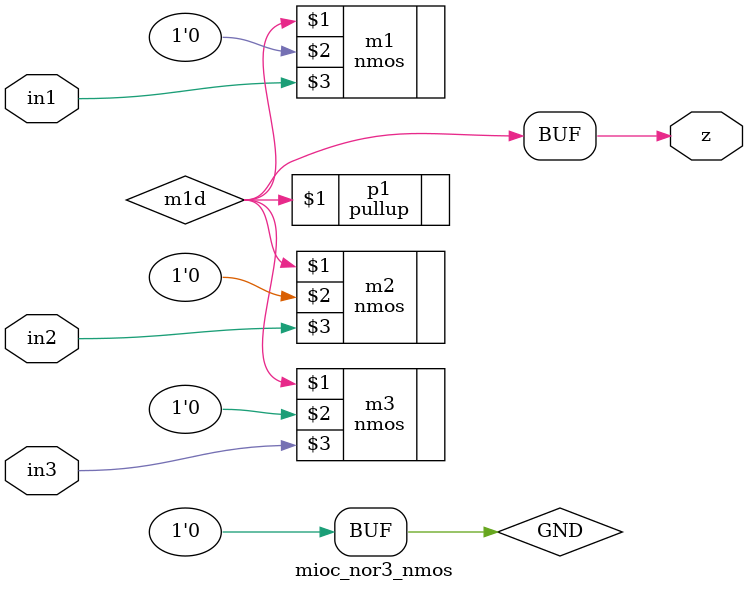
<source format=v>

module mioc_nor3_nmos(
    z,

    in1,            
    in2,
    in3		      
    );

   output z;

   input  in1;
   input  in2;
   input  in3;   

   supply0 GND;

   wire     m1d;   
   
   //nmos (drain,source,gate)

   // LEVEL 1
   pullup p1 (m1d);
   
   nmos   m1 (m1d,GND,in1);

   nmos   m2 (m1d,GND,in2);

   nmos   m3 (m1d,GND,in3);   

   assign z = m1d;

endmodule

</source>
